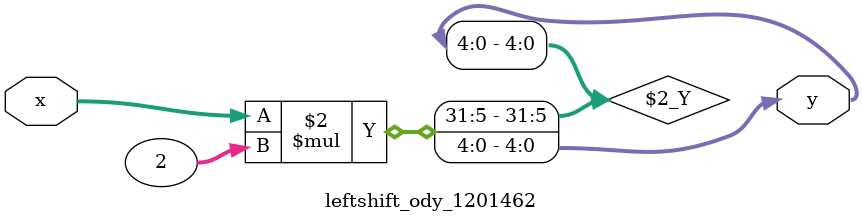
<source format=v>

module leftshift_ody_1201462 #(parameter n=3) (x,y);///module 
input signed [n:0] x ;///input
output reg signed [n+1:0] y ;//output

always @(x) ///shift left by 1 bit as a multiplication by 2
 begin 
 
 y = x*2;
 end 
 
 endmodule 
</source>
